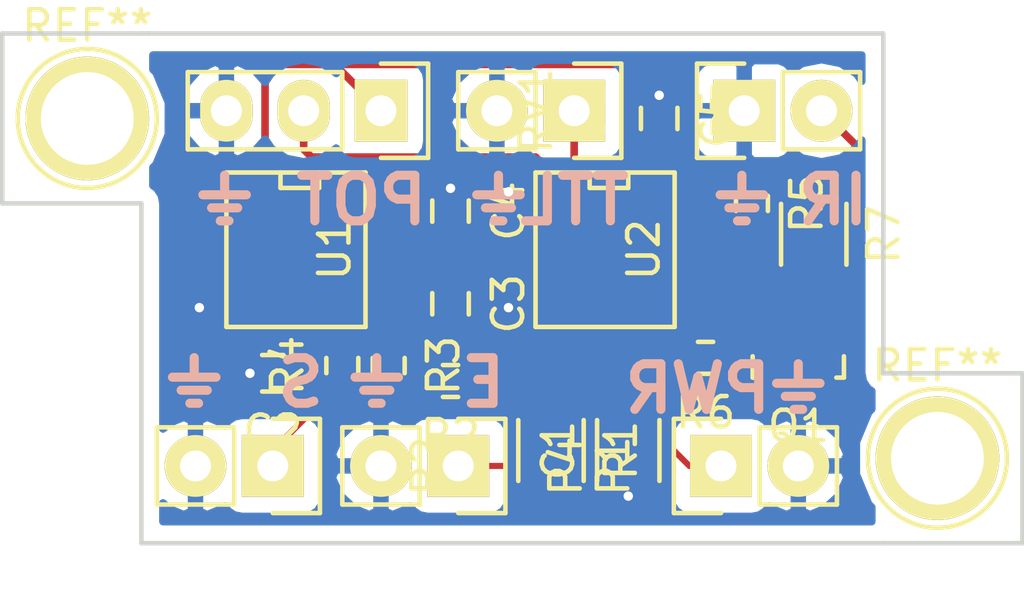
<source format=kicad_pcb>
(kicad_pcb (version 4) (host pcbnew 4.0.0-2.201511301920+6191~38~ubuntu14.04.1-stable)

  (general
    (links 39)
    (no_connects 0)
    (area 139.116999 64.440999 172.795001 81.355001)
    (thickness 1.6)
    (drawings 23)
    (tracks 107)
    (zones 0)
    (modules 23)
    (nets 13)
  )

  (page A4)
  (layers
    (0 F.Cu signal)
    (31 B.Cu signal)
    (32 B.Adhes user)
    (33 F.Adhes user)
    (34 B.Paste user)
    (35 F.Paste user)
    (36 B.SilkS user)
    (37 F.SilkS user)
    (38 B.Mask user)
    (39 F.Mask user)
    (40 Dwgs.User user)
    (41 Cmts.User user)
    (42 Eco1.User user)
    (43 Eco2.User user)
    (44 Edge.Cuts user)
    (45 Margin user)
    (46 B.CrtYd user)
    (47 F.CrtYd user)
    (48 B.Fab user)
    (49 F.Fab user)
  )

  (setup
    (last_trace_width 0.2)
    (trace_clearance 0.2)
    (zone_clearance 0.508)
    (zone_45_only no)
    (trace_min 0.16)
    (segment_width 0.2)
    (edge_width 0.15)
    (via_size 0.4)
    (via_drill 0.31)
    (via_min_size 0.31)
    (via_min_drill 0.31)
    (uvia_size 0.508)
    (uvia_drill 0.127)
    (uvias_allowed no)
    (uvia_min_size 0.508)
    (uvia_min_drill 0.127)
    (pcb_text_width 0.3)
    (pcb_text_size 1.5 1.5)
    (mod_edge_width 0.15)
    (mod_text_size 1 1)
    (mod_text_width 0.15)
    (pad_size 1.524 1.524)
    (pad_drill 0.762)
    (pad_to_mask_clearance 0.2)
    (aux_axis_origin 0 0)
    (visible_elements FFFFFF5F)
    (pcbplotparams
      (layerselection 0x010fc_80000001)
      (usegerberextensions true)
      (excludeedgelayer true)
      (linewidth 0.100000)
      (plotframeref false)
      (viasonmask false)
      (mode 1)
      (useauxorigin false)
      (hpglpennumber 1)
      (hpglpenspeed 20)
      (hpglpendiameter 15)
      (hpglpenoverlay 2)
      (psnegative false)
      (psa4output false)
      (plotreference false)
      (plotvalue false)
      (plotinvisibletext false)
      (padsonsilk false)
      (subtractmaskfromsilk false)
      (outputformat 1)
      (mirror false)
      (drillshape 0)
      (scaleselection 1)
      (outputdirectory gerber))
  )

  (net 0 "")
  (net 1 GND)
  (net 2 +5V)
  (net 3 "Net-(C2-Pad1)")
  (net 4 "Net-(D1-Pad2)")
  (net 5 "Net-(P1-Pad1)")
  (net 6 "Net-(P2-Pad1)")
  (net 7 "Net-(P3-Pad1)")
  (net 8 "Net-(Q1-Pad1)")
  (net 9 "Net-(Q1-Pad2)")
  (net 10 "Net-(RV1-Pad2)")
  (net 11 "Net-(C3-Pad1)")
  (net 12 "Net-(C3-Pad2)")

  (net_class Default "This is the default net class."
    (clearance 0.2)
    (trace_width 0.2)
    (via_dia 0.4)
    (via_drill 0.31)
    (uvia_dia 0.508)
    (uvia_drill 0.127)
    (add_net +5V)
    (add_net GND)
    (add_net "Net-(C2-Pad1)")
    (add_net "Net-(C3-Pad1)")
    (add_net "Net-(C3-Pad2)")
    (add_net "Net-(D1-Pad2)")
    (add_net "Net-(P1-Pad1)")
    (add_net "Net-(P2-Pad1)")
    (add_net "Net-(P3-Pad1)")
    (add_net "Net-(Q1-Pad1)")
    (add_net "Net-(Q1-Pad2)")
    (add_net "Net-(RV1-Pad2)")
  )

  (module Capacitors_SMD:C_0603 (layer F.Cu) (tedit 5415D631) (tstamp 567310EC)
    (at 153.924 70.358 270)
    (descr "Capacitor SMD 0603, reflow soldering, AVX (see smccp.pdf)")
    (tags "capacitor 0603")
    (path /5672F8E6)
    (attr smd)
    (fp_text reference C4 (at 0 -1.9 270) (layer F.SilkS)
      (effects (font (size 1 1) (thickness 0.15)))
    )
    (fp_text value 0.1uF (at 0 1.9 270) (layer F.Fab)
      (effects (font (size 1 1) (thickness 0.15)))
    )
    (fp_line (start -1.45 -0.75) (end 1.45 -0.75) (layer F.CrtYd) (width 0.05))
    (fp_line (start -1.45 0.75) (end 1.45 0.75) (layer F.CrtYd) (width 0.05))
    (fp_line (start -1.45 -0.75) (end -1.45 0.75) (layer F.CrtYd) (width 0.05))
    (fp_line (start 1.45 -0.75) (end 1.45 0.75) (layer F.CrtYd) (width 0.05))
    (fp_line (start -0.35 -0.6) (end 0.35 -0.6) (layer F.SilkS) (width 0.15))
    (fp_line (start 0.35 0.6) (end -0.35 0.6) (layer F.SilkS) (width 0.15))
    (pad 1 smd rect (at -0.75 0 270) (size 0.8 0.75) (layers F.Cu F.Paste F.Mask)
      (net 1 GND))
    (pad 2 smd rect (at 0.75 0 270) (size 0.8 0.75) (layers F.Cu F.Paste F.Mask)
      (net 2 +5V))
    (model Capacitors_SMD.3dshapes/C_0603.wrl
      (at (xyz 0 0 0))
      (scale (xyz 1 1 1))
      (rotate (xyz 0 0 0))
    )
  )

  (module Capacitors_SMD:C_1206 (layer F.Cu) (tedit 5415D7BD) (tstamp 56730FC6)
    (at 159.766 78.232 90)
    (descr "Capacitor SMD 1206, reflow soldering, AVX (see smccp.pdf)")
    (tags "capacitor 1206")
    (path /567332A0)
    (attr smd)
    (fp_text reference C1 (at 0 -2.3 90) (layer F.SilkS)
      (effects (font (size 1 1) (thickness 0.15)))
    )
    (fp_text value 10uF (at 0 2.3 90) (layer F.Fab)
      (effects (font (size 1 1) (thickness 0.15)))
    )
    (fp_line (start -2.3 -1.15) (end 2.3 -1.15) (layer F.CrtYd) (width 0.05))
    (fp_line (start -2.3 1.15) (end 2.3 1.15) (layer F.CrtYd) (width 0.05))
    (fp_line (start -2.3 -1.15) (end -2.3 1.15) (layer F.CrtYd) (width 0.05))
    (fp_line (start 2.3 -1.15) (end 2.3 1.15) (layer F.CrtYd) (width 0.05))
    (fp_line (start 1 -1.025) (end -1 -1.025) (layer F.SilkS) (width 0.15))
    (fp_line (start -1 1.025) (end 1 1.025) (layer F.SilkS) (width 0.15))
    (pad 1 smd rect (at -1.5 0 90) (size 1 1.6) (layers F.Cu F.Paste F.Mask)
      (net 1 GND))
    (pad 2 smd rect (at 1.5 0 90) (size 1 1.6) (layers F.Cu F.Paste F.Mask)
      (net 2 +5V))
    (model Capacitors_SMD.3dshapes/C_1206.wrl
      (at (xyz 0 0 0))
      (scale (xyz 1 1 1))
      (rotate (xyz 0 0 0))
    )
  )

  (module Capacitors_SMD:C_0603 (layer F.Cu) (tedit 5415D631) (tstamp 56730FCC)
    (at 148.082 75.692 180)
    (descr "Capacitor SMD 0603, reflow soldering, AVX (see smccp.pdf)")
    (tags "capacitor 0603")
    (path /5672F4D7)
    (attr smd)
    (fp_text reference C2 (at 0 -1.9 180) (layer F.SilkS)
      (effects (font (size 1 1) (thickness 0.15)))
    )
    (fp_text value 0.1uF (at 0 1.9 180) (layer F.Fab)
      (effects (font (size 1 1) (thickness 0.15)))
    )
    (fp_line (start -1.45 -0.75) (end 1.45 -0.75) (layer F.CrtYd) (width 0.05))
    (fp_line (start -1.45 0.75) (end 1.45 0.75) (layer F.CrtYd) (width 0.05))
    (fp_line (start -1.45 -0.75) (end -1.45 0.75) (layer F.CrtYd) (width 0.05))
    (fp_line (start 1.45 -0.75) (end 1.45 0.75) (layer F.CrtYd) (width 0.05))
    (fp_line (start -0.35 -0.6) (end 0.35 -0.6) (layer F.SilkS) (width 0.15))
    (fp_line (start 0.35 0.6) (end -0.35 0.6) (layer F.SilkS) (width 0.15))
    (pad 1 smd rect (at -0.75 0 180) (size 0.8 0.75) (layers F.Cu F.Paste F.Mask)
      (net 3 "Net-(C2-Pad1)"))
    (pad 2 smd rect (at 0.75 0 180) (size 0.8 0.75) (layers F.Cu F.Paste F.Mask)
      (net 1 GND))
    (model Capacitors_SMD.3dshapes/C_0603.wrl
      (at (xyz 0 0 0))
      (scale (xyz 1 1 1))
      (rotate (xyz 0 0 0))
    )
  )

  (module Pin_Headers:Pin_Header_Straight_1x02 (layer F.Cu) (tedit 54EA090C) (tstamp 56730FD2)
    (at 163.576 67.056 90)
    (descr "Through hole pin header")
    (tags "pin header")
    (path /56731266)
    (fp_text reference D1 (at 0 -5.1 90) (layer F.SilkS)
      (effects (font (size 1 1) (thickness 0.15)))
    )
    (fp_text value LED (at 0 -3.1 90) (layer F.Fab)
      (effects (font (size 1 1) (thickness 0.15)))
    )
    (fp_line (start 1.27 1.27) (end 1.27 3.81) (layer F.SilkS) (width 0.15))
    (fp_line (start 1.55 -1.55) (end 1.55 0) (layer F.SilkS) (width 0.15))
    (fp_line (start -1.75 -1.75) (end -1.75 4.3) (layer F.CrtYd) (width 0.05))
    (fp_line (start 1.75 -1.75) (end 1.75 4.3) (layer F.CrtYd) (width 0.05))
    (fp_line (start -1.75 -1.75) (end 1.75 -1.75) (layer F.CrtYd) (width 0.05))
    (fp_line (start -1.75 4.3) (end 1.75 4.3) (layer F.CrtYd) (width 0.05))
    (fp_line (start 1.27 1.27) (end -1.27 1.27) (layer F.SilkS) (width 0.15))
    (fp_line (start -1.55 0) (end -1.55 -1.55) (layer F.SilkS) (width 0.15))
    (fp_line (start -1.55 -1.55) (end 1.55 -1.55) (layer F.SilkS) (width 0.15))
    (fp_line (start -1.27 1.27) (end -1.27 3.81) (layer F.SilkS) (width 0.15))
    (fp_line (start -1.27 3.81) (end 1.27 3.81) (layer F.SilkS) (width 0.15))
    (pad 1 thru_hole rect (at 0 0 90) (size 2.032 2.032) (drill 1.016) (layers *.Cu *.Mask F.SilkS)
      (net 1 GND))
    (pad 2 thru_hole oval (at 0 2.54 90) (size 2.032 2.032) (drill 1.016) (layers *.Cu *.Mask F.SilkS)
      (net 4 "Net-(D1-Pad2)"))
    (model Pin_Headers.3dshapes/Pin_Header_Straight_1x02.wrl
      (at (xyz 0 -0.05 0))
      (scale (xyz 1 1 1))
      (rotate (xyz 0 0 90))
    )
  )

  (module Pin_Headers:Pin_Header_Straight_1x02 (layer F.Cu) (tedit 54EA090C) (tstamp 56730FD8)
    (at 154.178 78.74 270)
    (descr "Through hole pin header")
    (tags "pin header")
    (path /5672F3A4)
    (fp_text reference P1 (at 0 -5.1 270) (layer F.SilkS)
      (effects (font (size 1 1) (thickness 0.15)))
    )
    (fp_text value BNC (at 0 -3.1 270) (layer F.Fab)
      (effects (font (size 1 1) (thickness 0.15)))
    )
    (fp_line (start 1.27 1.27) (end 1.27 3.81) (layer F.SilkS) (width 0.15))
    (fp_line (start 1.55 -1.55) (end 1.55 0) (layer F.SilkS) (width 0.15))
    (fp_line (start -1.75 -1.75) (end -1.75 4.3) (layer F.CrtYd) (width 0.05))
    (fp_line (start 1.75 -1.75) (end 1.75 4.3) (layer F.CrtYd) (width 0.05))
    (fp_line (start -1.75 -1.75) (end 1.75 -1.75) (layer F.CrtYd) (width 0.05))
    (fp_line (start -1.75 4.3) (end 1.75 4.3) (layer F.CrtYd) (width 0.05))
    (fp_line (start 1.27 1.27) (end -1.27 1.27) (layer F.SilkS) (width 0.15))
    (fp_line (start -1.55 0) (end -1.55 -1.55) (layer F.SilkS) (width 0.15))
    (fp_line (start -1.55 -1.55) (end 1.55 -1.55) (layer F.SilkS) (width 0.15))
    (fp_line (start -1.27 1.27) (end -1.27 3.81) (layer F.SilkS) (width 0.15))
    (fp_line (start -1.27 3.81) (end 1.27 3.81) (layer F.SilkS) (width 0.15))
    (pad 1 thru_hole rect (at 0 0 270) (size 2.032 2.032) (drill 1.016) (layers *.Cu *.Mask F.SilkS)
      (net 5 "Net-(P1-Pad1)"))
    (pad 2 thru_hole oval (at 0 2.54 270) (size 2.032 2.032) (drill 1.016) (layers *.Cu *.Mask F.SilkS)
      (net 1 GND))
    (model Pin_Headers.3dshapes/Pin_Header_Straight_1x02.wrl
      (at (xyz 0 -0.05 0))
      (scale (xyz 1 1 1))
      (rotate (xyz 0 0 90))
    )
  )

  (module Pin_Headers:Pin_Header_Straight_1x02 (layer F.Cu) (tedit 54EA090C) (tstamp 56730FDE)
    (at 148.082 78.74 270)
    (descr "Through hole pin header")
    (tags "pin header")
    (path /5672F217)
    (fp_text reference P2 (at 0 -5.1 270) (layer F.SilkS)
      (effects (font (size 1 1) (thickness 0.15)))
    )
    (fp_text value BNC (at 0 -3.1 270) (layer F.Fab)
      (effects (font (size 1 1) (thickness 0.15)))
    )
    (fp_line (start 1.27 1.27) (end 1.27 3.81) (layer F.SilkS) (width 0.15))
    (fp_line (start 1.55 -1.55) (end 1.55 0) (layer F.SilkS) (width 0.15))
    (fp_line (start -1.75 -1.75) (end -1.75 4.3) (layer F.CrtYd) (width 0.05))
    (fp_line (start 1.75 -1.75) (end 1.75 4.3) (layer F.CrtYd) (width 0.05))
    (fp_line (start -1.75 -1.75) (end 1.75 -1.75) (layer F.CrtYd) (width 0.05))
    (fp_line (start -1.75 4.3) (end 1.75 4.3) (layer F.CrtYd) (width 0.05))
    (fp_line (start 1.27 1.27) (end -1.27 1.27) (layer F.SilkS) (width 0.15))
    (fp_line (start -1.55 0) (end -1.55 -1.55) (layer F.SilkS) (width 0.15))
    (fp_line (start -1.55 -1.55) (end 1.55 -1.55) (layer F.SilkS) (width 0.15))
    (fp_line (start -1.27 1.27) (end -1.27 3.81) (layer F.SilkS) (width 0.15))
    (fp_line (start -1.27 3.81) (end 1.27 3.81) (layer F.SilkS) (width 0.15))
    (pad 1 thru_hole rect (at 0 0 270) (size 2.032 2.032) (drill 1.016) (layers *.Cu *.Mask F.SilkS)
      (net 6 "Net-(P2-Pad1)"))
    (pad 2 thru_hole oval (at 0 2.54 270) (size 2.032 2.032) (drill 1.016) (layers *.Cu *.Mask F.SilkS)
      (net 1 GND))
    (model Pin_Headers.3dshapes/Pin_Header_Straight_1x02.wrl
      (at (xyz 0 -0.05 0))
      (scale (xyz 1 1 1))
      (rotate (xyz 0 0 90))
    )
  )

  (module Pin_Headers:Pin_Header_Straight_1x02 (layer F.Cu) (tedit 54EA090C) (tstamp 56730FE4)
    (at 157.988 67.056 270)
    (descr "Through hole pin header")
    (tags "pin header")
    (path /56730423)
    (fp_text reference P3 (at 0 -5.1 270) (layer F.SilkS)
      (effects (font (size 1 1) (thickness 0.15)))
    )
    (fp_text value BNC (at 0 -3.1 270) (layer F.Fab)
      (effects (font (size 1 1) (thickness 0.15)))
    )
    (fp_line (start 1.27 1.27) (end 1.27 3.81) (layer F.SilkS) (width 0.15))
    (fp_line (start 1.55 -1.55) (end 1.55 0) (layer F.SilkS) (width 0.15))
    (fp_line (start -1.75 -1.75) (end -1.75 4.3) (layer F.CrtYd) (width 0.05))
    (fp_line (start 1.75 -1.75) (end 1.75 4.3) (layer F.CrtYd) (width 0.05))
    (fp_line (start -1.75 -1.75) (end 1.75 -1.75) (layer F.CrtYd) (width 0.05))
    (fp_line (start -1.75 4.3) (end 1.75 4.3) (layer F.CrtYd) (width 0.05))
    (fp_line (start 1.27 1.27) (end -1.27 1.27) (layer F.SilkS) (width 0.15))
    (fp_line (start -1.55 0) (end -1.55 -1.55) (layer F.SilkS) (width 0.15))
    (fp_line (start -1.55 -1.55) (end 1.55 -1.55) (layer F.SilkS) (width 0.15))
    (fp_line (start -1.27 1.27) (end -1.27 3.81) (layer F.SilkS) (width 0.15))
    (fp_line (start -1.27 3.81) (end 1.27 3.81) (layer F.SilkS) (width 0.15))
    (pad 1 thru_hole rect (at 0 0 270) (size 2.032 2.032) (drill 1.016) (layers *.Cu *.Mask F.SilkS)
      (net 7 "Net-(P3-Pad1)"))
    (pad 2 thru_hole oval (at 0 2.54 270) (size 2.032 2.032) (drill 1.016) (layers *.Cu *.Mask F.SilkS)
      (net 1 GND))
    (model Pin_Headers.3dshapes/Pin_Header_Straight_1x02.wrl
      (at (xyz 0 -0.05 0))
      (scale (xyz 1 1 1))
      (rotate (xyz 0 0 90))
    )
  )

  (module TO_SOT_Packages_SMD:SOT-23 (layer F.Cu) (tedit 553634F8) (tstamp 56730FEB)
    (at 165.354 75.184 180)
    (descr "SOT-23, Standard")
    (tags SOT-23)
    (path /56730F46)
    (attr smd)
    (fp_text reference Q1 (at 0 -2.25 180) (layer F.SilkS)
      (effects (font (size 1 1) (thickness 0.15)))
    )
    (fp_text value "SOT-23-3 NPN" (at 0 2.3 180) (layer F.Fab)
      (effects (font (size 1 1) (thickness 0.15)))
    )
    (fp_line (start -1.65 -1.6) (end 1.65 -1.6) (layer F.CrtYd) (width 0.05))
    (fp_line (start 1.65 -1.6) (end 1.65 1.6) (layer F.CrtYd) (width 0.05))
    (fp_line (start 1.65 1.6) (end -1.65 1.6) (layer F.CrtYd) (width 0.05))
    (fp_line (start -1.65 1.6) (end -1.65 -1.6) (layer F.CrtYd) (width 0.05))
    (fp_line (start 1.29916 -0.65024) (end 1.2509 -0.65024) (layer F.SilkS) (width 0.15))
    (fp_line (start -1.49982 0.0508) (end -1.49982 -0.65024) (layer F.SilkS) (width 0.15))
    (fp_line (start -1.49982 -0.65024) (end -1.2509 -0.65024) (layer F.SilkS) (width 0.15))
    (fp_line (start 1.29916 -0.65024) (end 1.49982 -0.65024) (layer F.SilkS) (width 0.15))
    (fp_line (start 1.49982 -0.65024) (end 1.49982 0.0508) (layer F.SilkS) (width 0.15))
    (pad 1 smd rect (at -0.95 1.00076 180) (size 0.8001 0.8001) (layers F.Cu F.Paste F.Mask)
      (net 8 "Net-(Q1-Pad1)"))
    (pad 2 smd rect (at 0.95 1.00076 180) (size 0.8001 0.8001) (layers F.Cu F.Paste F.Mask)
      (net 9 "Net-(Q1-Pad2)"))
    (pad 3 smd rect (at 0 -0.99822 180) (size 0.8001 0.8001) (layers F.Cu F.Paste F.Mask)
      (net 4 "Net-(D1-Pad2)"))
    (model TO_SOT_Packages_SMD.3dshapes/SOT-23.wrl
      (at (xyz 0 0 0))
      (scale (xyz 1 1 1))
      (rotate (xyz 0 0 0))
    )
  )

  (module Resistors_SMD:R_0402 (layer F.Cu) (tedit 5415CBB8) (tstamp 56730FF7)
    (at 153.924 75.946 180)
    (descr "Resistor SMD 0402, reflow soldering, Vishay (see dcrcw.pdf)")
    (tags "resistor 0402")
    (path /5672F209)
    (attr smd)
    (fp_text reference R2 (at 0 -1.8 180) (layer F.SilkS)
      (effects (font (size 1 1) (thickness 0.15)))
    )
    (fp_text value 10k (at 0 1.8 180) (layer F.Fab)
      (effects (font (size 1 1) (thickness 0.15)))
    )
    (fp_line (start -0.95 -0.65) (end 0.95 -0.65) (layer F.CrtYd) (width 0.05))
    (fp_line (start -0.95 0.65) (end 0.95 0.65) (layer F.CrtYd) (width 0.05))
    (fp_line (start -0.95 -0.65) (end -0.95 0.65) (layer F.CrtYd) (width 0.05))
    (fp_line (start 0.95 -0.65) (end 0.95 0.65) (layer F.CrtYd) (width 0.05))
    (fp_line (start 0.25 -0.525) (end -0.25 -0.525) (layer F.SilkS) (width 0.15))
    (fp_line (start -0.25 0.525) (end 0.25 0.525) (layer F.SilkS) (width 0.15))
    (pad 1 smd rect (at -0.45 0 180) (size 0.4 0.6) (layers F.Cu F.Paste F.Mask)
      (net 2 +5V))
    (pad 2 smd rect (at 0.45 0 180) (size 0.4 0.6) (layers F.Cu F.Paste F.Mask)
      (net 6 "Net-(P2-Pad1)"))
    (model Resistors_SMD.3dshapes/R_0402.wrl
      (at (xyz 0 0 0))
      (scale (xyz 1 1 1))
      (rotate (xyz 0 0 0))
    )
  )

  (module Resistors_SMD:R_0402 (layer F.Cu) (tedit 5415CBB8) (tstamp 56730FFD)
    (at 151.892 75.438 270)
    (descr "Resistor SMD 0402, reflow soldering, Vishay (see dcrcw.pdf)")
    (tags "resistor 0402")
    (path /5672F3C4)
    (attr smd)
    (fp_text reference R3 (at 0 -1.8 270) (layer F.SilkS)
      (effects (font (size 1 1) (thickness 0.15)))
    )
    (fp_text value 10k (at 0 1.8 270) (layer F.Fab)
      (effects (font (size 1 1) (thickness 0.15)))
    )
    (fp_line (start -0.95 -0.65) (end 0.95 -0.65) (layer F.CrtYd) (width 0.05))
    (fp_line (start -0.95 0.65) (end 0.95 0.65) (layer F.CrtYd) (width 0.05))
    (fp_line (start -0.95 -0.65) (end -0.95 0.65) (layer F.CrtYd) (width 0.05))
    (fp_line (start 0.95 -0.65) (end 0.95 0.65) (layer F.CrtYd) (width 0.05))
    (fp_line (start 0.25 -0.525) (end -0.25 -0.525) (layer F.SilkS) (width 0.15))
    (fp_line (start -0.25 0.525) (end 0.25 0.525) (layer F.SilkS) (width 0.15))
    (pad 1 smd rect (at -0.45 0 270) (size 0.4 0.6) (layers F.Cu F.Paste F.Mask)
      (net 12 "Net-(C3-Pad2)"))
    (pad 2 smd rect (at 0.45 0 270) (size 0.4 0.6) (layers F.Cu F.Paste F.Mask)
      (net 6 "Net-(P2-Pad1)"))
    (model Resistors_SMD.3dshapes/R_0402.wrl
      (at (xyz 0 0 0))
      (scale (xyz 1 1 1))
      (rotate (xyz 0 0 0))
    )
  )

  (module Resistors_SMD:R_0402 (layer F.Cu) (tedit 5415CBB8) (tstamp 56731003)
    (at 150.368 75.438 90)
    (descr "Resistor SMD 0402, reflow soldering, Vishay (see dcrcw.pdf)")
    (tags "resistor 0402")
    (path /5672F47F)
    (attr smd)
    (fp_text reference R4 (at 0 -1.8 90) (layer F.SilkS)
      (effects (font (size 1 1) (thickness 0.15)))
    )
    (fp_text value 10k (at 0 1.8 90) (layer F.Fab)
      (effects (font (size 1 1) (thickness 0.15)))
    )
    (fp_line (start -0.95 -0.65) (end 0.95 -0.65) (layer F.CrtYd) (width 0.05))
    (fp_line (start -0.95 0.65) (end 0.95 0.65) (layer F.CrtYd) (width 0.05))
    (fp_line (start -0.95 -0.65) (end -0.95 0.65) (layer F.CrtYd) (width 0.05))
    (fp_line (start 0.95 -0.65) (end 0.95 0.65) (layer F.CrtYd) (width 0.05))
    (fp_line (start 0.25 -0.525) (end -0.25 -0.525) (layer F.SilkS) (width 0.15))
    (fp_line (start -0.25 0.525) (end 0.25 0.525) (layer F.SilkS) (width 0.15))
    (pad 1 smd rect (at -0.45 0 90) (size 0.4 0.6) (layers F.Cu F.Paste F.Mask)
      (net 3 "Net-(C2-Pad1)"))
    (pad 2 smd rect (at 0.45 0 90) (size 0.4 0.6) (layers F.Cu F.Paste F.Mask)
      (net 12 "Net-(C3-Pad2)"))
    (model Resistors_SMD.3dshapes/R_0402.wrl
      (at (xyz 0 0 0))
      (scale (xyz 1 1 1))
      (rotate (xyz 0 0 0))
    )
  )

  (module Resistors_SMD:R_0402 (layer F.Cu) (tedit 5415CBB8) (tstamp 56731009)
    (at 163.83 70.104 270)
    (descr "Resistor SMD 0402, reflow soldering, Vishay (see dcrcw.pdf)")
    (tags "resistor 0402")
    (path /567301D8)
    (attr smd)
    (fp_text reference R5 (at 0 -1.8 270) (layer F.SilkS)
      (effects (font (size 1 1) (thickness 0.15)))
    )
    (fp_text value 1k (at 0 1.8 270) (layer F.Fab)
      (effects (font (size 1 1) (thickness 0.15)))
    )
    (fp_line (start -0.95 -0.65) (end 0.95 -0.65) (layer F.CrtYd) (width 0.05))
    (fp_line (start -0.95 0.65) (end 0.95 0.65) (layer F.CrtYd) (width 0.05))
    (fp_line (start -0.95 -0.65) (end -0.95 0.65) (layer F.CrtYd) (width 0.05))
    (fp_line (start 0.95 -0.65) (end 0.95 0.65) (layer F.CrtYd) (width 0.05))
    (fp_line (start 0.25 -0.525) (end -0.25 -0.525) (layer F.SilkS) (width 0.15))
    (fp_line (start -0.25 0.525) (end 0.25 0.525) (layer F.SilkS) (width 0.15))
    (pad 1 smd rect (at -0.45 0 270) (size 0.4 0.6) (layers F.Cu F.Paste F.Mask)
      (net 2 +5V))
    (pad 2 smd rect (at 0.45 0 270) (size 0.4 0.6) (layers F.Cu F.Paste F.Mask)
      (net 7 "Net-(P3-Pad1)"))
    (model Resistors_SMD.3dshapes/R_0402.wrl
      (at (xyz 0 0 0))
      (scale (xyz 1 1 1))
      (rotate (xyz 0 0 0))
    )
  )

  (module Resistors_SMD:R_0402 (layer F.Cu) (tedit 5415CBB8) (tstamp 5673100F)
    (at 162.306 75.184 180)
    (descr "Resistor SMD 0402, reflow soldering, Vishay (see dcrcw.pdf)")
    (tags "resistor 0402")
    (path /56730BEE)
    (attr smd)
    (fp_text reference R6 (at 0 -1.8 180) (layer F.SilkS)
      (effects (font (size 1 1) (thickness 0.15)))
    )
    (fp_text value 100k (at 0 1.8 180) (layer F.Fab)
      (effects (font (size 1 1) (thickness 0.15)))
    )
    (fp_line (start -0.95 -0.65) (end 0.95 -0.65) (layer F.CrtYd) (width 0.05))
    (fp_line (start -0.95 0.65) (end 0.95 0.65) (layer F.CrtYd) (width 0.05))
    (fp_line (start -0.95 -0.65) (end -0.95 0.65) (layer F.CrtYd) (width 0.05))
    (fp_line (start 0.95 -0.65) (end 0.95 0.65) (layer F.CrtYd) (width 0.05))
    (fp_line (start 0.25 -0.525) (end -0.25 -0.525) (layer F.SilkS) (width 0.15))
    (fp_line (start -0.25 0.525) (end 0.25 0.525) (layer F.SilkS) (width 0.15))
    (pad 1 smd rect (at -0.45 0 180) (size 0.4 0.6) (layers F.Cu F.Paste F.Mask)
      (net 9 "Net-(Q1-Pad2)"))
    (pad 2 smd rect (at 0.45 0 180) (size 0.4 0.6) (layers F.Cu F.Paste F.Mask)
      (net 7 "Net-(P3-Pad1)"))
    (model Resistors_SMD.3dshapes/R_0402.wrl
      (at (xyz 0 0 0))
      (scale (xyz 1 1 1))
      (rotate (xyz 0 0 0))
    )
  )

  (module Pin_Headers:Pin_Header_Straight_1x03 (layer F.Cu) (tedit 0) (tstamp 5673101C)
    (at 151.638 67.056 270)
    (descr "Through hole pin header")
    (tags "pin header")
    (path /56730F57)
    (fp_text reference RV1 (at 0 -5.1 270) (layer F.SilkS)
      (effects (font (size 1 1) (thickness 0.15)))
    )
    (fp_text value POT (at 0 -3.1 270) (layer F.Fab)
      (effects (font (size 1 1) (thickness 0.15)))
    )
    (fp_line (start -1.75 -1.75) (end -1.75 6.85) (layer F.CrtYd) (width 0.05))
    (fp_line (start 1.75 -1.75) (end 1.75 6.85) (layer F.CrtYd) (width 0.05))
    (fp_line (start -1.75 -1.75) (end 1.75 -1.75) (layer F.CrtYd) (width 0.05))
    (fp_line (start -1.75 6.85) (end 1.75 6.85) (layer F.CrtYd) (width 0.05))
    (fp_line (start -1.27 1.27) (end -1.27 6.35) (layer F.SilkS) (width 0.15))
    (fp_line (start -1.27 6.35) (end 1.27 6.35) (layer F.SilkS) (width 0.15))
    (fp_line (start 1.27 6.35) (end 1.27 1.27) (layer F.SilkS) (width 0.15))
    (fp_line (start 1.55 -1.55) (end 1.55 0) (layer F.SilkS) (width 0.15))
    (fp_line (start 1.27 1.27) (end -1.27 1.27) (layer F.SilkS) (width 0.15))
    (fp_line (start -1.55 0) (end -1.55 -1.55) (layer F.SilkS) (width 0.15))
    (fp_line (start -1.55 -1.55) (end 1.55 -1.55) (layer F.SilkS) (width 0.15))
    (pad 1 thru_hole rect (at 0 0 270) (size 2.032 1.7272) (drill 1.016) (layers *.Cu *.Mask F.SilkS)
      (net 2 +5V))
    (pad 2 thru_hole oval (at 0 2.54 270) (size 2.032 1.7272) (drill 1.016) (layers *.Cu *.Mask F.SilkS)
      (net 10 "Net-(RV1-Pad2)"))
    (pad 3 thru_hole oval (at 0 5.08 270) (size 2.032 1.7272) (drill 1.016) (layers *.Cu *.Mask F.SilkS)
      (net 1 GND))
    (model Pin_Headers.3dshapes/Pin_Header_Straight_1x03.wrl
      (at (xyz 0 -0.1 0))
      (scale (xyz 1 1 1))
      (rotate (xyz 0 0 90))
    )
  )

  (module SMD_Packages:SOIC-8-N (layer F.Cu) (tedit 0) (tstamp 56731028)
    (at 148.844 71.628 270)
    (descr "Module Narrow CMS SOJ 8 pins large")
    (tags "CMS SOJ")
    (path /5672F57E)
    (attr smd)
    (fp_text reference U1 (at 0 -1.27 270) (layer F.SilkS)
      (effects (font (size 1 1) (thickness 0.15)))
    )
    (fp_text value TLV2770IDGKR (at 0 1.27 270) (layer F.Fab)
      (effects (font (size 1 1) (thickness 0.15)))
    )
    (fp_line (start -2.54 -2.286) (end 2.54 -2.286) (layer F.SilkS) (width 0.15))
    (fp_line (start 2.54 -2.286) (end 2.54 2.286) (layer F.SilkS) (width 0.15))
    (fp_line (start 2.54 2.286) (end -2.54 2.286) (layer F.SilkS) (width 0.15))
    (fp_line (start -2.54 2.286) (end -2.54 -2.286) (layer F.SilkS) (width 0.15))
    (fp_line (start -2.54 -0.762) (end -2.032 -0.762) (layer F.SilkS) (width 0.15))
    (fp_line (start -2.032 -0.762) (end -2.032 0.508) (layer F.SilkS) (width 0.15))
    (fp_line (start -2.032 0.508) (end -2.54 0.508) (layer F.SilkS) (width 0.15))
    (pad 8 smd rect (at -1.905 -3.175 270) (size 0.508 1.143) (layers F.Cu F.Paste F.Mask))
    (pad 7 smd rect (at -0.635 -3.175 270) (size 0.508 1.143) (layers F.Cu F.Paste F.Mask)
      (net 2 +5V))
    (pad 6 smd rect (at 0.635 -3.175 270) (size 0.508 1.143) (layers F.Cu F.Paste F.Mask)
      (net 11 "Net-(C3-Pad1)"))
    (pad 5 smd rect (at 1.905 -3.175 270) (size 0.508 1.143) (layers F.Cu F.Paste F.Mask))
    (pad 4 smd rect (at 1.905 3.175 270) (size 0.508 1.143) (layers F.Cu F.Paste F.Mask)
      (net 1 GND))
    (pad 3 smd rect (at 0.635 3.175 270) (size 0.508 1.143) (layers F.Cu F.Paste F.Mask)
      (net 3 "Net-(C2-Pad1)"))
    (pad 2 smd rect (at -0.635 3.175 270) (size 0.508 1.143) (layers F.Cu F.Paste F.Mask)
      (net 11 "Net-(C3-Pad1)"))
    (pad 1 smd rect (at -1.905 3.175 270) (size 0.508 1.143) (layers F.Cu F.Paste F.Mask))
    (model SMD_Packages.3dshapes/SOIC-8-N.wrl
      (at (xyz 0 0 0))
      (scale (xyz 0.5 0.38 0.5))
      (rotate (xyz 0 0 0))
    )
  )

  (module SMD_Packages:SOIC-8-N (layer F.Cu) (tedit 0) (tstamp 56731034)
    (at 159.004 71.628 270)
    (descr "Module Narrow CMS SOJ 8 pins large")
    (tags "CMS SOJ")
    (path /5672FBEF)
    (attr smd)
    (fp_text reference U2 (at 0 -1.27 270) (layer F.SilkS)
      (effects (font (size 1 1) (thickness 0.15)))
    )
    (fp_text value LM311MX/NOPB (at 0 1.27 270) (layer F.Fab)
      (effects (font (size 1 1) (thickness 0.15)))
    )
    (fp_line (start -2.54 -2.286) (end 2.54 -2.286) (layer F.SilkS) (width 0.15))
    (fp_line (start 2.54 -2.286) (end 2.54 2.286) (layer F.SilkS) (width 0.15))
    (fp_line (start 2.54 2.286) (end -2.54 2.286) (layer F.SilkS) (width 0.15))
    (fp_line (start -2.54 2.286) (end -2.54 -2.286) (layer F.SilkS) (width 0.15))
    (fp_line (start -2.54 -0.762) (end -2.032 -0.762) (layer F.SilkS) (width 0.15))
    (fp_line (start -2.032 -0.762) (end -2.032 0.508) (layer F.SilkS) (width 0.15))
    (fp_line (start -2.032 0.508) (end -2.54 0.508) (layer F.SilkS) (width 0.15))
    (pad 8 smd rect (at -1.905 -3.175 270) (size 0.508 1.143) (layers F.Cu F.Paste F.Mask)
      (net 2 +5V))
    (pad 7 smd rect (at -0.635 -3.175 270) (size 0.508 1.143) (layers F.Cu F.Paste F.Mask)
      (net 7 "Net-(P3-Pad1)"))
    (pad 6 smd rect (at 0.635 -3.175 270) (size 0.508 1.143) (layers F.Cu F.Paste F.Mask))
    (pad 5 smd rect (at 1.905 -3.175 270) (size 0.508 1.143) (layers F.Cu F.Paste F.Mask))
    (pad 4 smd rect (at 1.905 3.175 270) (size 0.508 1.143) (layers F.Cu F.Paste F.Mask)
      (net 1 GND))
    (pad 3 smd rect (at 0.635 3.175 270) (size 0.508 1.143) (layers F.Cu F.Paste F.Mask)
      (net 10 "Net-(RV1-Pad2)"))
    (pad 2 smd rect (at -0.635 3.175 270) (size 0.508 1.143) (layers F.Cu F.Paste F.Mask)
      (net 11 "Net-(C3-Pad1)"))
    (pad 1 smd rect (at -1.905 3.175 270) (size 0.508 1.143) (layers F.Cu F.Paste F.Mask)
      (net 1 GND))
    (model SMD_Packages.3dshapes/SOIC-8-N.wrl
      (at (xyz 0 0 0))
      (scale (xyz 0.5 0.38 0.5))
      (rotate (xyz 0 0 0))
    )
  )

  (module Capacitors_SMD:C_0603 (layer F.Cu) (tedit 5415D631) (tstamp 567310E6)
    (at 153.924 73.406 270)
    (descr "Capacitor SMD 0603, reflow soldering, AVX (see smccp.pdf)")
    (tags "capacitor 0603")
    (path /5672F7C1)
    (attr smd)
    (fp_text reference C3 (at 0 -1.9 270) (layer F.SilkS)
      (effects (font (size 1 1) (thickness 0.15)))
    )
    (fp_text value 0.1uF (at 0 1.9 270) (layer F.Fab)
      (effects (font (size 1 1) (thickness 0.15)))
    )
    (fp_line (start -1.45 -0.75) (end 1.45 -0.75) (layer F.CrtYd) (width 0.05))
    (fp_line (start -1.45 0.75) (end 1.45 0.75) (layer F.CrtYd) (width 0.05))
    (fp_line (start -1.45 -0.75) (end -1.45 0.75) (layer F.CrtYd) (width 0.05))
    (fp_line (start 1.45 -0.75) (end 1.45 0.75) (layer F.CrtYd) (width 0.05))
    (fp_line (start -0.35 -0.6) (end 0.35 -0.6) (layer F.SilkS) (width 0.15))
    (fp_line (start 0.35 0.6) (end -0.35 0.6) (layer F.SilkS) (width 0.15))
    (pad 1 smd rect (at -0.75 0 270) (size 0.8 0.75) (layers F.Cu F.Paste F.Mask)
      (net 11 "Net-(C3-Pad1)"))
    (pad 2 smd rect (at 0.75 0 270) (size 0.8 0.75) (layers F.Cu F.Paste F.Mask)
      (net 12 "Net-(C3-Pad2)"))
    (model Capacitors_SMD.3dshapes/C_0603.wrl
      (at (xyz 0 0 0))
      (scale (xyz 1 1 1))
      (rotate (xyz 0 0 0))
    )
  )

  (module Capacitors_SMD:C_0603 (layer F.Cu) (tedit 5415D631) (tstamp 567310F2)
    (at 160.782 67.31 270)
    (descr "Capacitor SMD 0603, reflow soldering, AVX (see smccp.pdf)")
    (tags "capacitor 0603")
    (path /5672FEB8)
    (attr smd)
    (fp_text reference C5 (at 0 -1.9 270) (layer F.SilkS)
      (effects (font (size 1 1) (thickness 0.15)))
    )
    (fp_text value 0.1uF (at 0 1.9 270) (layer F.Fab)
      (effects (font (size 1 1) (thickness 0.15)))
    )
    (fp_line (start -1.45 -0.75) (end 1.45 -0.75) (layer F.CrtYd) (width 0.05))
    (fp_line (start -1.45 0.75) (end 1.45 0.75) (layer F.CrtYd) (width 0.05))
    (fp_line (start -1.45 -0.75) (end -1.45 0.75) (layer F.CrtYd) (width 0.05))
    (fp_line (start 1.45 -0.75) (end 1.45 0.75) (layer F.CrtYd) (width 0.05))
    (fp_line (start -0.35 -0.6) (end 0.35 -0.6) (layer F.SilkS) (width 0.15))
    (fp_line (start 0.35 0.6) (end -0.35 0.6) (layer F.SilkS) (width 0.15))
    (pad 1 smd rect (at -0.75 0 270) (size 0.8 0.75) (layers F.Cu F.Paste F.Mask)
      (net 1 GND))
    (pad 2 smd rect (at 0.75 0 270) (size 0.8 0.75) (layers F.Cu F.Paste F.Mask)
      (net 2 +5V))
    (model Capacitors_SMD.3dshapes/C_0603.wrl
      (at (xyz 0 0 0))
      (scale (xyz 1 1 1))
      (rotate (xyz 0 0 0))
    )
  )

  (module Pin_Headers:Pin_Header_Straight_1x02 (layer F.Cu) (tedit 54EA090C) (tstamp 56731715)
    (at 162.814 78.74 90)
    (descr "Through hole pin header")
    (tags "pin header")
    (path /5673280A)
    (fp_text reference P4 (at 0 -5.1 90) (layer F.SilkS)
      (effects (font (size 1 1) (thickness 0.15)))
    )
    (fp_text value CONN_01X02 (at 0 -3.1 90) (layer F.Fab)
      (effects (font (size 1 1) (thickness 0.15)))
    )
    (fp_line (start 1.27 1.27) (end 1.27 3.81) (layer F.SilkS) (width 0.15))
    (fp_line (start 1.55 -1.55) (end 1.55 0) (layer F.SilkS) (width 0.15))
    (fp_line (start -1.75 -1.75) (end -1.75 4.3) (layer F.CrtYd) (width 0.05))
    (fp_line (start 1.75 -1.75) (end 1.75 4.3) (layer F.CrtYd) (width 0.05))
    (fp_line (start -1.75 -1.75) (end 1.75 -1.75) (layer F.CrtYd) (width 0.05))
    (fp_line (start -1.75 4.3) (end 1.75 4.3) (layer F.CrtYd) (width 0.05))
    (fp_line (start 1.27 1.27) (end -1.27 1.27) (layer F.SilkS) (width 0.15))
    (fp_line (start -1.55 0) (end -1.55 -1.55) (layer F.SilkS) (width 0.15))
    (fp_line (start -1.55 -1.55) (end 1.55 -1.55) (layer F.SilkS) (width 0.15))
    (fp_line (start -1.27 1.27) (end -1.27 3.81) (layer F.SilkS) (width 0.15))
    (fp_line (start -1.27 3.81) (end 1.27 3.81) (layer F.SilkS) (width 0.15))
    (pad 1 thru_hole rect (at 0 0 90) (size 2.032 2.032) (drill 1.016) (layers *.Cu *.Mask F.SilkS)
      (net 2 +5V))
    (pad 2 thru_hole oval (at 0 2.54 90) (size 2.032 2.032) (drill 1.016) (layers *.Cu *.Mask F.SilkS)
      (net 1 GND))
    (model Pin_Headers.3dshapes/Pin_Header_Straight_1x02.wrl
      (at (xyz 0 -0.05 0))
      (scale (xyz 1 1 1))
      (rotate (xyz 0 0 90))
    )
  )

  (module Connect:1pin (layer F.Cu) (tedit 0) (tstamp 56744043)
    (at 141.986 67.31)
    (descr "module 1 pin (ou trou mecanique de percage)")
    (tags DEV)
    (fp_text reference REF** (at 0 -3.048) (layer F.SilkS)
      (effects (font (size 1 1) (thickness 0.15)))
    )
    (fp_text value 1pin (at 0 2.794) (layer F.Fab)
      (effects (font (size 1 1) (thickness 0.15)))
    )
    (fp_circle (center 0 0) (end 0 -2.286) (layer F.SilkS) (width 0.15))
    (pad 1 thru_hole circle (at 0 0) (size 4.064 4.064) (drill 3.048) (layers *.Cu *.Mask F.SilkS))
  )

  (module Connect:1pin (layer F.Cu) (tedit 0) (tstamp 56744049)
    (at 169.926 78.486)
    (descr "module 1 pin (ou trou mecanique de percage)")
    (tags DEV)
    (fp_text reference REF** (at 0 -3.048) (layer F.SilkS)
      (effects (font (size 1 1) (thickness 0.15)))
    )
    (fp_text value 1pin (at 0 2.794) (layer F.Fab)
      (effects (font (size 1 1) (thickness 0.15)))
    )
    (fp_circle (center 0 0) (end 0 -2.286) (layer F.SilkS) (width 0.15))
    (pad 1 thru_hole circle (at 0 0) (size 4.064 4.064) (drill 3.048) (layers *.Cu *.Mask F.SilkS))
  )

  (module Resistors_SMD:R_1206 (layer F.Cu) (tedit 5415CFA7) (tstamp 567448F5)
    (at 157.226 78.232 270)
    (descr "Resistor SMD 1206, reflow soldering, Vishay (see dcrcw.pdf)")
    (tags "resistor 1206")
    (path /5672F397)
    (attr smd)
    (fp_text reference R1 (at 0 -2.3 270) (layer F.SilkS)
      (effects (font (size 1 1) (thickness 0.15)))
    )
    (fp_text value "100 0.25W" (at 0 2.3 270) (layer F.Fab)
      (effects (font (size 1 1) (thickness 0.15)))
    )
    (fp_line (start -2.2 -1.2) (end 2.2 -1.2) (layer F.CrtYd) (width 0.05))
    (fp_line (start -2.2 1.2) (end 2.2 1.2) (layer F.CrtYd) (width 0.05))
    (fp_line (start -2.2 -1.2) (end -2.2 1.2) (layer F.CrtYd) (width 0.05))
    (fp_line (start 2.2 -1.2) (end 2.2 1.2) (layer F.CrtYd) (width 0.05))
    (fp_line (start 1 1.075) (end -1 1.075) (layer F.SilkS) (width 0.15))
    (fp_line (start -1 -1.075) (end 1 -1.075) (layer F.SilkS) (width 0.15))
    (pad 1 smd rect (at -1.45 0 270) (size 0.9 1.7) (layers F.Cu F.Paste F.Mask)
      (net 2 +5V))
    (pad 2 smd rect (at 1.45 0 270) (size 0.9 1.7) (layers F.Cu F.Paste F.Mask)
      (net 5 "Net-(P1-Pad1)"))
    (model Resistors_SMD.3dshapes/R_1206.wrl
      (at (xyz 0 0 0))
      (scale (xyz 1 1 1))
      (rotate (xyz 0 0 0))
    )
  )

  (module Resistors_SMD:R_1206 (layer F.Cu) (tedit 5415CFA7) (tstamp 56744900)
    (at 165.862 71.12 270)
    (descr "Resistor SMD 1206, reflow soldering, Vishay (see dcrcw.pdf)")
    (tags "resistor 1206")
    (path /5673100F)
    (attr smd)
    (fp_text reference R7 (at 0 -2.3 270) (layer F.SilkS)
      (effects (font (size 1 1) (thickness 0.15)))
    )
    (fp_text value "100 0.25W" (at 0 2.3 270) (layer F.Fab)
      (effects (font (size 1 1) (thickness 0.15)))
    )
    (fp_line (start -2.2 -1.2) (end 2.2 -1.2) (layer F.CrtYd) (width 0.05))
    (fp_line (start -2.2 1.2) (end 2.2 1.2) (layer F.CrtYd) (width 0.05))
    (fp_line (start -2.2 -1.2) (end -2.2 1.2) (layer F.CrtYd) (width 0.05))
    (fp_line (start 2.2 -1.2) (end 2.2 1.2) (layer F.CrtYd) (width 0.05))
    (fp_line (start 1 1.075) (end -1 1.075) (layer F.SilkS) (width 0.15))
    (fp_line (start -1 -1.075) (end 1 -1.075) (layer F.SilkS) (width 0.15))
    (pad 1 smd rect (at -1.45 0 270) (size 0.9 1.7) (layers F.Cu F.Paste F.Mask)
      (net 2 +5V))
    (pad 2 smd rect (at 1.45 0 270) (size 0.9 1.7) (layers F.Cu F.Paste F.Mask)
      (net 8 "Net-(Q1-Pad1)"))
    (model Resistors_SMD.3dshapes/R_1206.wrl
      (at (xyz 0 0 0))
      (scale (xyz 1 1 1))
      (rotate (xyz 0 0 0))
    )
  )

  (gr_text E (at 155 76) (layer B.SilkS)
    (effects (font (size 1.5 1.5) (thickness 0.3)) (justify mirror))
  )
  (gr_text S (at 149 76) (layer B.SilkS)
    (effects (font (size 1.5 1.5) (thickness 0.3)) (justify mirror))
  )
  (gr_text POT (at 151 70) (layer B.SilkS)
    (effects (font (size 1.5 1.5) (thickness 0.3)) (justify mirror))
  )
  (gr_text TTL (at 158 70) (layer B.SilkS)
    (effects (font (size 1.5 1.5) (thickness 0.3)) (justify mirror))
  )
  (gr_text PWR (at 162.052 76.2) (layer B.SilkS)
    (effects (font (size 1.5 1.5) (thickness 0.3)) (justify mirror))
  )
  (gr_text ⏚ (at 165.354 76.2) (layer B.SilkS)
    (effects (font (size 1.5 1.5) (thickness 0.3)) (justify mirror))
  )
  (gr_text ⏚ (at 151.5 76) (layer B.SilkS)
    (effects (font (size 1.5 1.5) (thickness 0.3)) (justify mirror))
  )
  (gr_text ⏚ (at 145.5 76) (layer B.SilkS)
    (effects (font (size 1.5 1.5) (thickness 0.3)) (justify mirror))
  )
  (gr_text ⏚ (at 146.5 70) (layer B.SilkS)
    (effects (font (size 1.5 1.5) (thickness 0.3)) (justify mirror))
  )
  (gr_text ⏚ (at 155.5 70) (layer B.SilkS)
    (effects (font (size 1.5 1.5) (thickness 0.3)) (justify mirror))
  )
  (gr_text ⏚ (at 163.5 70) (layer B.SilkS)
    (effects (font (size 1.5 1.5) (thickness 0.3)) (justify mirror))
  )
  (gr_text IR (at 166.5 70) (layer B.SilkS)
    (effects (font (size 1.5 1.5) (thickness 0.3)) (justify mirror))
  )
  (gr_line (start 168.148 64.516) (end 168.148 75.692) (angle 90) (layer Edge.Cuts) (width 0.15))
  (gr_line (start 172.72 75.692) (end 168.148 75.692) (angle 90) (layer Edge.Cuts) (width 0.15))
  (gr_line (start 172.72 81.28) (end 172.72 75.692) (angle 90) (layer Edge.Cuts) (width 0.15))
  (gr_line (start 168.148 81.28) (end 172.72 81.28) (angle 90) (layer Edge.Cuts) (width 0.15))
  (gr_line (start 143.764 70.104) (end 143.764 81.28) (angle 90) (layer Edge.Cuts) (width 0.15))
  (gr_line (start 139.192 64.516) (end 143.764 64.516) (angle 90) (layer Edge.Cuts) (width 0.15))
  (gr_line (start 139.192 70.104) (end 139.192 64.516) (angle 90) (layer Edge.Cuts) (width 0.15))
  (gr_line (start 143.764 70.104) (end 139.192 70.104) (angle 90) (layer Edge.Cuts) (width 0.15))
  (gr_line (start 143.764 64.516) (end 144.018 64.516) (angle 90) (layer Edge.Cuts) (width 0.15))
  (gr_line (start 168.148 81.28) (end 143.764 81.28) (angle 90) (layer Edge.Cuts) (width 0.15))
  (gr_line (start 144.018 64.516) (end 168.148 64.516) (angle 90) (layer Edge.Cuts) (width 0.15))

  (via (at 145.669 73.533) (size 0.4) (drill 0.31) (layers F.Cu B.Cu) (net 1))
  (segment (start 145.669 73.533) (end 145.796 73.66) (width 0.2) (layer B.Cu) (net 1) (tstamp 56744AC7))
  (segment (start 155.829 73.533) (end 155.956 73.66) (width 0.2) (layer B.Cu) (net 1) (tstamp 56744AC0))
  (via (at 155.829 73.533) (size 0.4) (drill 0.31) (layers F.Cu B.Cu) (net 1))
  (segment (start 155.956 73.406) (end 155.829 73.533) (width 0.2) (layer F.Cu) (net 1) (tstamp 56744AAD))
  (via (at 155.829 69.723) (size 0.4) (drill 0.31) (layers F.Cu B.Cu) (net 1))
  (segment (start 155.829 69.723) (end 155.956 69.85) (width 0.2) (layer B.Cu) (net 1) (tstamp 56744AB1))
  (via (at 153.924 69.608) (size 0.4) (drill 0.31) (layers F.Cu B.Cu) (net 1))
  (segment (start 153.924 69.608) (end 153.924 69.596) (width 0.2) (layer B.Cu) (net 1) (tstamp 56744AA5))
  (via (at 160.782 66.548) (size 0.4) (drill 0.31) (layers F.Cu B.Cu) (net 1))
  (segment (start 160.782 66.548) (end 160.782 66.56) (width 0.2) (layer F.Cu) (net 1) (tstamp 56744AA1))
  (via (at 159.766 79.732) (size 0.4) (drill 0.31) (layers F.Cu B.Cu) (net 1))
  (segment (start 159.766 79.732) (end 159.766 79.756) (width 0.2) (layer B.Cu) (net 1) (tstamp 56744A97))
  (via (at 147.332 75.692) (size 0.4) (drill 0.31) (layers F.Cu B.Cu) (net 1) (status 30))
  (segment (start 159.766 76.732) (end 163.044 76.732) (width 0.2) (layer F.Cu) (net 2))
  (segment (start 164.592 70.94) (end 165.862 69.67) (width 0.2) (layer F.Cu) (net 2) (tstamp 56744A92))
  (segment (start 164.592 73.152) (end 164.592 70.94) (width 0.2) (layer F.Cu) (net 2) (tstamp 56744A91))
  (segment (start 164.846 73.406) (end 164.592 73.152) (width 0.2) (layer F.Cu) (net 2) (tstamp 56744A90))
  (segment (start 165.1 73.406) (end 164.846 73.406) (width 0.2) (layer F.Cu) (net 2) (tstamp 56744A8F))
  (segment (start 165.354 73.66) (end 165.1 73.406) (width 0.2) (layer F.Cu) (net 2) (tstamp 56744A8E))
  (segment (start 165.354 74.93) (end 165.354 73.66) (width 0.2) (layer F.Cu) (net 2) (tstamp 56744A8D))
  (segment (start 165.1 75.184) (end 165.354 74.93) (width 0.2) (layer F.Cu) (net 2) (tstamp 56744A8C))
  (segment (start 164.592 75.184) (end 165.1 75.184) (width 0.2) (layer F.Cu) (net 2) (tstamp 56744A8B))
  (segment (start 163.044 76.732) (end 164.592 75.184) (width 0.2) (layer F.Cu) (net 2) (tstamp 56744A89))
  (segment (start 163.83 69.654) (end 165.846 69.654) (width 0.2) (layer F.Cu) (net 2))
  (segment (start 165.846 69.654) (end 165.862 69.67) (width 0.2) (layer F.Cu) (net 2) (tstamp 56744A6C))
  (segment (start 157.226 76.782) (end 155.21 76.782) (width 0.2) (layer F.Cu) (net 2) (status 10))
  (segment (start 155.21 76.782) (end 154.374 75.946) (width 0.2) (layer F.Cu) (net 2) (tstamp 56744A2F) (status 20))
  (segment (start 159.766 76.732) (end 157.276 76.732) (width 0.2) (layer F.Cu) (net 2) (status 30))
  (segment (start 157.276 76.732) (end 157.226 76.782) (width 0.2) (layer F.Cu) (net 2) (tstamp 56744A2C) (status 30))
  (segment (start 162.814 78.74) (end 161.774 78.74) (width 0.2) (layer F.Cu) (net 2) (status 10))
  (segment (start 161.774 78.74) (end 159.766 76.732) (width 0.2) (layer F.Cu) (net 2) (tstamp 56744A28) (status 20))
  (segment (start 160.782 68.06) (end 161.048 68.06) (width 0.25) (layer F.Cu) (net 2) (status 30))
  (segment (start 161.048 68.06) (end 161.798 67.31) (width 0.25) (layer F.Cu) (net 2) (tstamp 56731768) (status 10))
  (segment (start 161.798 67.31) (end 161.798 66.294) (width 0.25) (layer F.Cu) (net 2) (tstamp 56731769))
  (segment (start 160.782 68.06) (end 160.782 68.834) (width 0.25) (layer F.Cu) (net 2) (status 10))
  (segment (start 160.782 68.834) (end 161.671 69.723) (width 0.25) (layer F.Cu) (net 2) (tstamp 56731764) (status 20))
  (segment (start 161.671 69.723) (end 162.179 69.723) (width 0.25) (layer F.Cu) (net 2) (tstamp 56731765) (status 30))
  (segment (start 160.782 68.072) (end 160.794 68.072) (width 0.25) (layer F.Cu) (net 2) (tstamp 5673138B) (status 30))
  (segment (start 149.606 65.532) (end 161.036 65.532) (width 0.25) (layer F.Cu) (net 2))
  (segment (start 161.036 65.532) (end 161.798 66.294) (width 0.25) (layer F.Cu) (net 2) (tstamp 5673154A))
  (segment (start 152.019 70.993) (end 150.241 70.993) (width 0.25) (layer F.Cu) (net 2) (status 10))
  (segment (start 150.114 65.532) (end 151.638 67.056) (width 0.25) (layer F.Cu) (net 2) (tstamp 56731542) (status 20))
  (segment (start 148.336 65.532) (end 149.606 65.532) (width 0.25) (layer F.Cu) (net 2) (tstamp 56731540))
  (segment (start 149.606 65.532) (end 150.114 65.532) (width 0.25) (layer F.Cu) (net 2) (tstamp 56731548))
  (segment (start 147.828 66.04) (end 148.336 65.532) (width 0.25) (layer F.Cu) (net 2) (tstamp 5673153F))
  (segment (start 147.828 68.58) (end 147.828 66.04) (width 0.25) (layer F.Cu) (net 2) (tstamp 5673153D))
  (segment (start 150.241 70.993) (end 147.828 68.58) (width 0.25) (layer F.Cu) (net 2) (tstamp 5673153B))
  (segment (start 162.294 69.608) (end 162.179 69.723) (width 0.25) (layer F.Cu) (net 2) (tstamp 56731209) (status 30))
  (segment (start 162.179 69.723) (end 163.899 69.723) (width 0.25) (layer F.Cu) (net 2) (status 30))
  (segment (start 152.019 70.993) (end 153.809 70.993) (width 0.25) (layer F.Cu) (net 2) (status 30))
  (segment (start 153.809 70.993) (end 153.924 71.108) (width 0.25) (layer F.Cu) (net 2) (tstamp 567311EC) (status 30))
  (segment (start 145.669 72.263) (end 147.193 72.263) (width 0.2) (layer F.Cu) (net 3) (status 10))
  (segment (start 148.832 73.902) (end 148.832 75.692) (width 0.2) (layer F.Cu) (net 3) (tstamp 56734BB1) (status 20))
  (segment (start 147.193 72.263) (end 148.832 73.902) (width 0.2) (layer F.Cu) (net 3) (tstamp 56734BAF))
  (segment (start 150.368 75.888) (end 149.028 75.888) (width 0.2) (layer F.Cu) (net 3) (status 30))
  (segment (start 149.028 75.888) (end 148.832 75.692) (width 0.2) (layer F.Cu) (net 3) (tstamp 56734BAB) (status 30))
  (segment (start 165.1 75.67422) (end 166.64178 75.67422) (width 0.25) (layer F.Cu) (net 4))
  (segment (start 167.386 68.326) (end 166.116 67.056) (width 0.25) (layer F.Cu) (net 4) (tstamp 56731784) (status 20))
  (segment (start 167.386 74.93) (end 167.386 68.326) (width 0.25) (layer F.Cu) (net 4) (tstamp 56731783))
  (segment (start 166.64178 75.67422) (end 167.386 74.93) (width 0.25) (layer F.Cu) (net 4) (tstamp 56731782))
  (segment (start 165.354 75.92822) (end 165.1 75.67422) (width 0.25) (layer F.Cu) (net 4) (tstamp 5673148A) (status 10))
  (segment (start 154.178 78.74) (end 156.284 78.74) (width 0.2) (layer F.Cu) (net 5) (status 10))
  (segment (start 156.284 78.74) (end 157.226 79.682) (width 0.2) (layer F.Cu) (net 5) (tstamp 56744A34) (status 20))
  (segment (start 151.892 75.888) (end 153.416 75.888) (width 0.2) (layer F.Cu) (net 6) (status 30))
  (segment (start 153.416 75.888) (end 153.474 75.946) (width 0.2) (layer F.Cu) (net 6) (tstamp 56744A25) (status 30))
  (segment (start 148.082 78.74) (end 148.082 78.232) (width 0.2) (layer F.Cu) (net 6) (status 30))
  (segment (start 148.082 78.232) (end 149.606 76.708) (width 0.2) (layer F.Cu) (net 6) (tstamp 56744A1E) (status 10))
  (segment (start 149.606 76.708) (end 151.072 76.708) (width 0.2) (layer F.Cu) (net 6) (tstamp 56744A1F))
  (segment (start 151.072 76.708) (end 151.892 75.888) (width 0.2) (layer F.Cu) (net 6) (tstamp 56744A21) (status 20))
  (segment (start 151.892 75.888) (end 151.892 75.946) (width 0.2) (layer F.Cu) (net 6) (status 30))
  (segment (start 161.856 75.184) (end 161.856 74.618) (width 0.2) (layer F.Cu) (net 7))
  (segment (start 163.322 72.136) (end 162.179 70.993) (width 0.2) (layer F.Cu) (net 7) (tstamp 56744A82))
  (segment (start 163.322 74.168) (end 163.322 72.136) (width 0.2) (layer F.Cu) (net 7) (tstamp 56744A81))
  (segment (start 163.068 74.422) (end 163.322 74.168) (width 0.2) (layer F.Cu) (net 7) (tstamp 56744A80))
  (segment (start 162.052 74.422) (end 163.068 74.422) (width 0.2) (layer F.Cu) (net 7) (tstamp 56744A7F))
  (segment (start 161.856 74.618) (end 162.052 74.422) (width 0.2) (layer F.Cu) (net 7) (tstamp 56744A7E))
  (segment (start 162.179 70.993) (end 161.671 70.993) (width 0.2) (layer F.Cu) (net 7))
  (segment (start 161.798 75.184) (end 161.856 75.184) (width 0.2) (layer F.Cu) (net 7) (tstamp 56744A75))
  (segment (start 163.83 70.554) (end 162.618 70.554) (width 0.2) (layer F.Cu) (net 7))
  (segment (start 162.618 70.554) (end 162.179 70.993) (width 0.2) (layer F.Cu) (net 7) (tstamp 56744A6F))
  (segment (start 162.179 70.993) (end 159.639 70.993) (width 0.25) (layer F.Cu) (net 7) (status 10))
  (segment (start 159.639 70.993) (end 157.988 69.342) (width 0.25) (layer F.Cu) (net 7) (tstamp 5673151F))
  (segment (start 157.988 69.342) (end 157.988 67.056) (width 0.25) (layer F.Cu) (net 7) (tstamp 56731521) (status 20))
  (segment (start 165.862 72.57) (end 165.862 73.74124) (width 0.2) (layer F.Cu) (net 8))
  (segment (start 165.862 73.74124) (end 166.304 74.18324) (width 0.2) (layer F.Cu) (net 8) (tstamp 56744A86))
  (segment (start 162.756 75.184) (end 163.576 75.184) (width 0.2) (layer F.Cu) (net 9))
  (segment (start 163.576 75.184) (end 164.404 74.356) (width 0.2) (layer F.Cu) (net 9) (tstamp 56744A78))
  (segment (start 164.404 74.356) (end 164.404 74.18324) (width 0.2) (layer F.Cu) (net 9) (tstamp 56744A79))
  (segment (start 149.098 67.056) (end 149.098 68.326) (width 0.25) (layer F.Cu) (net 10) (status 10))
  (segment (start 156.972 71.628) (end 156.337 72.263) (width 0.25) (layer F.Cu) (net 10) (tstamp 567314A8) (status 20))
  (segment (start 156.972 68.834) (end 156.972 71.628) (width 0.25) (layer F.Cu) (net 10) (tstamp 567314A7))
  (segment (start 156.718 68.58) (end 156.972 68.834) (width 0.25) (layer F.Cu) (net 10) (tstamp 567314A5))
  (segment (start 149.352 68.58) (end 156.718 68.58) (width 0.25) (layer F.Cu) (net 10) (tstamp 567314A4))
  (segment (start 149.098 68.326) (end 149.352 68.58) (width 0.25) (layer F.Cu) (net 10) (tstamp 567314A2))
  (segment (start 156.337 72.263) (end 155.829 72.263) (width 0.25) (layer F.Cu) (net 10) (tstamp 567314AA) (status 30))
  (segment (start 155.829 70.993) (end 155.587 70.993) (width 0.25) (layer F.Cu) (net 11) (status 30))
  (segment (start 155.587 70.993) (end 153.924 72.656) (width 0.25) (layer F.Cu) (net 11) (tstamp 5673121E) (status 30))
  (segment (start 152.019 72.263) (end 153.531 72.263) (width 0.25) (layer F.Cu) (net 11) (status 10))
  (segment (start 153.531 72.263) (end 153.924 72.656) (width 0.25) (layer F.Cu) (net 11) (tstamp 567311E8) (status 20))
  (segment (start 145.669 70.993) (end 148.209 70.993) (width 0.25) (layer F.Cu) (net 11) (status 10))
  (segment (start 149.479 72.263) (end 152.019 72.263) (width 0.25) (layer F.Cu) (net 11) (tstamp 567311E4) (status 20))
  (segment (start 148.209 70.993) (end 149.479 72.263) (width 0.25) (layer F.Cu) (net 11) (tstamp 567311E3))
  (segment (start 151.892 74.988) (end 153.092 74.988) (width 0.2) (layer F.Cu) (net 12) (status 10))
  (segment (start 153.092 74.988) (end 153.924 74.156) (width 0.2) (layer F.Cu) (net 12) (tstamp 56734BB8) (status 20))
  (segment (start 150.368 74.988) (end 151.892 74.988) (width 0.25) (layer F.Cu) (net 12) (status 30))
  (segment (start 153.912 74.168) (end 153.924 74.156) (width 0.25) (layer F.Cu) (net 12) (tstamp 567313D6) (status 30))

  (zone (net 1) (net_name GND) (layer B.Cu) (tstamp 56744A1B) (hatch edge 0.508)
    (connect_pads (clearance 0.508))
    (min_thickness 0.254)
    (fill yes (arc_segments 16) (thermal_gap 0.508) (thermal_bridge_width 0.508))
    (polygon
      (pts
        (xy 144.272 64.77) (xy 167.894 64.77) (xy 167.894 81.026) (xy 144.018 81.026) (xy 144.018 64.77)
      )
    )
    (filled_polygon
      (pts
        (xy 167.438 66.087548) (xy 167.283433 65.856222) (xy 166.74781 65.49833) (xy 166.116 65.372655) (xy 165.48419 65.49833)
        (xy 165.147999 65.722966) (xy 165.130327 65.680302) (xy 164.951699 65.501673) (xy 164.71831 65.405) (xy 163.86175 65.405)
        (xy 163.703 65.56375) (xy 163.703 66.929) (xy 163.723 66.929) (xy 163.723 67.183) (xy 163.703 67.183)
        (xy 163.703 68.54825) (xy 163.86175 68.707) (xy 164.71831 68.707) (xy 164.951699 68.610327) (xy 165.130327 68.431698)
        (xy 165.147999 68.389034) (xy 165.48419 68.61367) (xy 166.116 68.739345) (xy 166.74781 68.61367) (xy 167.283433 68.255778)
        (xy 167.438 68.024452) (xy 167.438 75.692) (xy 167.492046 75.963705) (xy 167.645954 76.194046) (xy 167.767 76.274926)
        (xy 167.767 76.872814) (xy 167.666345 76.973293) (xy 167.259464 77.953173) (xy 167.258538 79.014172) (xy 167.663709 79.994761)
        (xy 167.767 80.098233) (xy 167.767 80.57) (xy 144.474 80.57) (xy 144.474 79.957984) (xy 144.677182 80.146385)
        (xy 145.159056 80.345975) (xy 145.415 80.226836) (xy 145.415 78.867) (xy 145.395 78.867) (xy 145.395 78.613)
        (xy 145.415 78.613) (xy 145.415 77.253164) (xy 145.669 77.253164) (xy 145.669 78.613) (xy 145.689 78.613)
        (xy 145.689 78.867) (xy 145.669 78.867) (xy 145.669 80.226836) (xy 145.924944 80.345975) (xy 146.406818 80.146385)
        (xy 146.504398 80.055903) (xy 146.60191 80.207441) (xy 146.81411 80.352431) (xy 147.066 80.40344) (xy 149.098 80.40344)
        (xy 149.333317 80.359162) (xy 149.549441 80.22009) (xy 149.694431 80.00789) (xy 149.74544 79.756) (xy 149.74544 79.122946)
        (xy 150.032017 79.122946) (xy 150.300812 79.708379) (xy 150.773182 80.146385) (xy 151.255056 80.345975) (xy 151.511 80.226836)
        (xy 151.511 78.867) (xy 150.150633 78.867) (xy 150.032017 79.122946) (xy 149.74544 79.122946) (xy 149.74544 78.357054)
        (xy 150.032017 78.357054) (xy 150.150633 78.613) (xy 151.511 78.613) (xy 151.511 77.253164) (xy 151.765 77.253164)
        (xy 151.765 78.613) (xy 151.785 78.613) (xy 151.785 78.867) (xy 151.765 78.867) (xy 151.765 80.226836)
        (xy 152.020944 80.345975) (xy 152.502818 80.146385) (xy 152.600398 80.055903) (xy 152.69791 80.207441) (xy 152.91011 80.352431)
        (xy 153.162 80.40344) (xy 155.194 80.40344) (xy 155.429317 80.359162) (xy 155.645441 80.22009) (xy 155.790431 80.00789)
        (xy 155.84144 79.756) (xy 155.84144 77.724) (xy 161.15056 77.724) (xy 161.15056 79.756) (xy 161.194838 79.991317)
        (xy 161.33391 80.207441) (xy 161.54611 80.352431) (xy 161.798 80.40344) (xy 163.83 80.40344) (xy 164.065317 80.359162)
        (xy 164.281441 80.22009) (xy 164.39284 80.057052) (xy 164.489182 80.146385) (xy 164.971056 80.345975) (xy 165.227 80.226836)
        (xy 165.227 78.867) (xy 165.481 78.867) (xy 165.481 80.226836) (xy 165.736944 80.345975) (xy 166.218818 80.146385)
        (xy 166.691188 79.708379) (xy 166.959983 79.122946) (xy 166.841367 78.867) (xy 165.481 78.867) (xy 165.227 78.867)
        (xy 165.207 78.867) (xy 165.207 78.613) (xy 165.227 78.613) (xy 165.227 77.253164) (xy 165.481 77.253164)
        (xy 165.481 78.613) (xy 166.841367 78.613) (xy 166.959983 78.357054) (xy 166.691188 77.771621) (xy 166.218818 77.333615)
        (xy 165.736944 77.134025) (xy 165.481 77.253164) (xy 165.227 77.253164) (xy 164.971056 77.134025) (xy 164.489182 77.333615)
        (xy 164.391602 77.424097) (xy 164.29409 77.272559) (xy 164.08189 77.127569) (xy 163.83 77.07656) (xy 161.798 77.07656)
        (xy 161.562683 77.120838) (xy 161.346559 77.25991) (xy 161.201569 77.47211) (xy 161.15056 77.724) (xy 155.84144 77.724)
        (xy 155.797162 77.488683) (xy 155.65809 77.272559) (xy 155.44589 77.127569) (xy 155.194 77.07656) (xy 153.162 77.07656)
        (xy 152.926683 77.120838) (xy 152.710559 77.25991) (xy 152.59916 77.422948) (xy 152.502818 77.333615) (xy 152.020944 77.134025)
        (xy 151.765 77.253164) (xy 151.511 77.253164) (xy 151.255056 77.134025) (xy 150.773182 77.333615) (xy 150.300812 77.771621)
        (xy 150.032017 78.357054) (xy 149.74544 78.357054) (xy 149.74544 77.724) (xy 149.701162 77.488683) (xy 149.56209 77.272559)
        (xy 149.34989 77.127569) (xy 149.098 77.07656) (xy 147.066 77.07656) (xy 146.830683 77.120838) (xy 146.614559 77.25991)
        (xy 146.50316 77.422948) (xy 146.406818 77.333615) (xy 145.924944 77.134025) (xy 145.669 77.253164) (xy 145.415 77.253164)
        (xy 145.159056 77.134025) (xy 144.677182 77.333615) (xy 144.474 77.522016) (xy 144.474 70.104) (xy 144.419954 69.832295)
        (xy 144.266046 69.601954) (xy 144.145 69.521074) (xy 144.145 68.923186) (xy 144.245655 68.822707) (xy 144.652536 67.842827)
        (xy 144.652906 67.417913) (xy 145.072816 67.417913) (xy 145.266046 67.97032) (xy 145.655964 68.406732) (xy 146.183209 68.660709)
        (xy 146.198974 68.663358) (xy 146.431 68.542217) (xy 146.431 67.183) (xy 145.217076 67.183) (xy 145.072816 67.417913)
        (xy 144.652906 67.417913) (xy 144.653462 66.781828) (xy 144.617209 66.694087) (xy 145.072816 66.694087) (xy 145.217076 66.929)
        (xy 146.431 66.929) (xy 146.431 65.569783) (xy 146.685 65.569783) (xy 146.685 66.929) (xy 146.705 66.929)
        (xy 146.705 67.183) (xy 146.685 67.183) (xy 146.685 68.542217) (xy 146.917026 68.663358) (xy 146.932791 68.660709)
        (xy 147.460036 68.406732) (xy 147.831539 67.990931) (xy 148.03833 68.300415) (xy 148.524511 68.625271) (xy 149.098 68.739345)
        (xy 149.671489 68.625271) (xy 150.15767 68.300415) (xy 150.167243 68.286087) (xy 150.171238 68.307317) (xy 150.31031 68.523441)
        (xy 150.52251 68.668431) (xy 150.7744 68.71944) (xy 152.5016 68.71944) (xy 152.736917 68.675162) (xy 152.953041 68.53609)
        (xy 153.098031 68.32389) (xy 153.14904 68.072) (xy 153.14904 67.438946) (xy 153.842017 67.438946) (xy 154.110812 68.024379)
        (xy 154.583182 68.462385) (xy 155.065056 68.661975) (xy 155.321 68.542836) (xy 155.321 67.183) (xy 153.960633 67.183)
        (xy 153.842017 67.438946) (xy 153.14904 67.438946) (xy 153.14904 66.673054) (xy 153.842017 66.673054) (xy 153.960633 66.929)
        (xy 155.321 66.929) (xy 155.321 65.569164) (xy 155.575 65.569164) (xy 155.575 66.929) (xy 155.595 66.929)
        (xy 155.595 67.183) (xy 155.575 67.183) (xy 155.575 68.542836) (xy 155.830944 68.661975) (xy 156.312818 68.462385)
        (xy 156.410398 68.371903) (xy 156.50791 68.523441) (xy 156.72011 68.668431) (xy 156.972 68.71944) (xy 159.004 68.71944)
        (xy 159.239317 68.675162) (xy 159.455441 68.53609) (xy 159.600431 68.32389) (xy 159.65144 68.072) (xy 159.65144 67.34175)
        (xy 161.925 67.34175) (xy 161.925 68.198309) (xy 162.021673 68.431698) (xy 162.200301 68.610327) (xy 162.43369 68.707)
        (xy 163.29025 68.707) (xy 163.449 68.54825) (xy 163.449 67.183) (xy 162.08375 67.183) (xy 161.925 67.34175)
        (xy 159.65144 67.34175) (xy 159.65144 66.04) (xy 159.627674 65.913691) (xy 161.925 65.913691) (xy 161.925 66.77025)
        (xy 162.08375 66.929) (xy 163.449 66.929) (xy 163.449 65.56375) (xy 163.29025 65.405) (xy 162.43369 65.405)
        (xy 162.200301 65.501673) (xy 162.021673 65.680302) (xy 161.925 65.913691) (xy 159.627674 65.913691) (xy 159.607162 65.804683)
        (xy 159.46809 65.588559) (xy 159.25589 65.443569) (xy 159.004 65.39256) (xy 156.972 65.39256) (xy 156.736683 65.436838)
        (xy 156.520559 65.57591) (xy 156.40916 65.738948) (xy 156.312818 65.649615) (xy 155.830944 65.450025) (xy 155.575 65.569164)
        (xy 155.321 65.569164) (xy 155.065056 65.450025) (xy 154.583182 65.649615) (xy 154.110812 66.087621) (xy 153.842017 66.673054)
        (xy 153.14904 66.673054) (xy 153.14904 66.04) (xy 153.104762 65.804683) (xy 152.96569 65.588559) (xy 152.75349 65.443569)
        (xy 152.5016 65.39256) (xy 150.7744 65.39256) (xy 150.539083 65.436838) (xy 150.322959 65.57591) (xy 150.177969 65.78811)
        (xy 150.1696 65.829439) (xy 150.15767 65.811585) (xy 149.671489 65.486729) (xy 149.098 65.372655) (xy 148.524511 65.486729)
        (xy 148.03833 65.811585) (xy 147.831539 66.121069) (xy 147.460036 65.705268) (xy 146.932791 65.451291) (xy 146.917026 65.448642)
        (xy 146.685 65.569783) (xy 146.431 65.569783) (xy 146.198974 65.448642) (xy 146.183209 65.451291) (xy 145.655964 65.705268)
        (xy 145.266046 66.14168) (xy 145.072816 66.694087) (xy 144.617209 66.694087) (xy 144.248291 65.801239) (xy 144.145 65.697767)
        (xy 144.145 65.226) (xy 167.438 65.226)
      )
    )
  )
)

</source>
